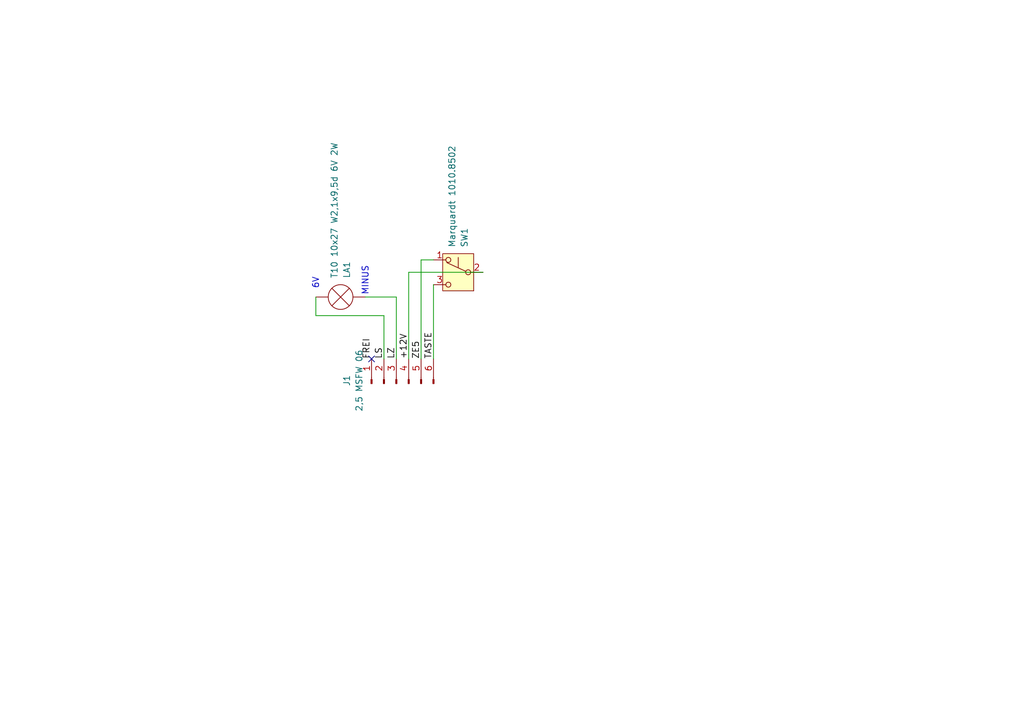
<source format=kicad_sch>
(kicad_sch (version 20250114) (generator "eeschema") (generator_version "9.0")
  (paper "A5")
  (title_block (title "Tasterplatine") (date "2025-03-13") (rev "1") (comment 1 "4079/030501/E"))
  (lib_symbols
    (symbol "Connector:Conn_01x06_Pin" (pin_names (offset 1.016) (hide yes))
      (property "Reference" "J" (at 0 7.62 0))
      (property "Value" "Conn_01x06_Pin" (at 0 -10.16 0))
      (symbol "Conn_01x06_Pin_1_1"
        (rectangle (start 0.8636 5.207) (end 0 4.953) (stroke (width 0.1524)) (fill (type outline)))
        (rectangle (start 0.8636 2.667) (end 0 2.413) (stroke (width 0.1524)) (fill (type outline)))
        (rectangle (start 0.8636 0.127) (end 0 -0.127) (stroke (width 0.1524)) (fill (type outline)))
        (rectangle (start 0.8636 -2.413) (end 0 -2.667) (stroke (width 0.1524)) (fill (type outline)))
        (rectangle (start 0.8636 -4.953) (end 0 -5.207) (stroke (width 0.1524)) (fill (type outline)))
        (rectangle (start 0.8636 -7.493) (end 0 -7.747) (stroke (width 0.1524)) (fill (type outline)))
        (polyline (pts (xy 1.27 5.08) (xy 0.8636 5.08)) (stroke (width 0.1524)))
        (polyline (pts (xy 1.27 2.54) (xy 0.8636 2.54)) (stroke (width 0.1524)))
        (polyline (pts (xy 1.27 0) (xy 0.8636 0)) (stroke (width 0.1524)))
        (polyline (pts (xy 1.27 -2.54) (xy 0.8636 -2.54)) (stroke (width 0.1524)))
        (polyline (pts (xy 1.27 -5.08) (xy 0.8636 -5.08)) (stroke (width 0.1524)))
        (polyline (pts (xy 1.27 -7.62) (xy 0.8636 -7.62)) (stroke (width 0.1524)))
        (pin passive line (at 5.08 5.08 180) (length 3.81) (name "Pin_1") (number "1"))
        (pin passive line (at 5.08 2.54 180) (length 3.81) (name "Pin_2") (number "2"))
        (pin passive line (at 5.08 0 180) (length 3.81) (name "Pin_3") (number "3"))
        (pin passive line (at 5.08 -2.54 180) (length 3.81) (name "Pin_4") (number "4"))
        (pin passive line (at 5.08 -5.08 180) (length 3.81) (name "Pin_5") (number "5"))
        (pin passive line (at 5.08 -7.62 180) (length 3.81) (name "Pin_6") (number "6"))
      )
    )
    (symbol "Device:Lamp" (pin_numbers (hide yes)) (pin_names (offset 0.0254) (hide yes))
      (property "Reference" "LA" (at 0.635 3.81 0))
      (property "Value" "Lamp" (at 0.635 -3.81 0))
      (symbol "Lamp_0_1"
        (polyline (pts (xy -1.778 1.778) (xy 1.778 -1.778)))
        (circle (center 0 0) (radius 2.54))
        (polyline (pts (xy 1.778 1.778) (xy -1.778 -1.778)))
      )
      (symbol "Lamp_1_1"
        (pin passive line (at 0 5.08 270) (length 2.54) (name "+") (number "2"))
        (pin passive line (at 0 -5.08 90) (length 2.54) (name "-") (number "1"))
      )
    )
    (symbol "Switch:SW_Push_SPDT" (pin_names (offset 0) (hide yes))
      (property "Reference" "SW" (at 0 5.08 0))
      (property "Value" "SW_Push_SPDT" (at 0 -5.08 0))
      (symbol "SW_Push_SPDT_0_0"
        (circle (center -2.032 0) (radius 0.508))
        (polyline (pts (xy 0 1.016) (xy 0 3.048)))
        (circle (center 2.032 -2.54) (radius 0.508))
      )
      (symbol "SW_Push_SPDT_0_1"
        (polyline (pts (xy -1.524 0.2032) (xy 2.3368 1.9812)))
        (circle (center 2.032 2.54) (radius 0.508))
      )
      (symbol "SW_Push_SPDT_1_1"
        (rectangle (start -3.175 3.81) (end 3.175 -3.81) (fill (type background)))
        (pin passive line (at -5.08 0 0) (length 2.54) (name "B") (number "2"))
        (pin passive line (at 5.08 2.54 180) (length 2.54) (name "A") (number "1"))
        (pin passive line (at 5.08 -2.54 180) (length 2.54) (name "C") (number "3"))
      )
    )
  )
  (text "MINUS" (at 74.93 57.658 90) (effects (font (size 1.27 1.27))))
  (text "6V" (at 64.77 58.166 90) (effects (font (size 1.27 1.27))))
  (no_connect (at 76.2 73.66))
  (wire (pts (xy 81.28 60.96) (xy 74.93 60.96)))
  (wire (pts (xy 64.77 60.96) (xy 64.77 64.77)))
  (wire (pts (xy 83.82 55.88) (xy 99.06 55.88)))
  (wire (pts (xy 81.28 73.66) (xy 81.28 60.96)))
  (wire (pts (xy 78.74 64.77) (xy 78.74 73.66)))
  (wire (pts (xy 88.9 53.34) (xy 86.36 53.34)))
  (wire (pts (xy 86.36 53.34) (xy 86.36 73.66)))
  (wire (pts (xy 64.77 64.77) (xy 78.74 64.77)))
  (wire (pts (xy 83.82 73.66) (xy 83.82 55.88)))
  (wire (pts (xy 88.9 73.66) (xy 88.9 58.42)))
  (label "FREI" (at 76.2 73.66 90))
  (label "+12V" (at 83.82 73.66 90))
  (label "LS" (at 78.74 73.66 90))
  (label "TASTE" (at 88.9 73.66 90))
  (label "LZ" (at 81.28 73.66 90))
  (label "ZE5" (at 86.36 73.66 90))
  (symbol (lib_id "Device:Lamp") (at 69.85 60.96 270) (mirror x) (unit 1)
    (property "Reference" "LA1" (at 71.1201 57.15 0) (effects (justify left)))
    (property "Value" "T10 10x27 W2,1x9,5d 6V 2W" (at 68.5801 57.15 0) (effects (justify left)))
    (property "Footprint" "Taster:LampSocket" (effects (hide yes)))
    (property "Description" "Lamp" (effects (hide yes)))
  )
  (symbol (lib_id "Switch:SW_Push_SPDT") (at 93.98 55.88 0) (mirror y) (unit 1)
    (property "Reference" "SW1" (at 95.2501 50.8 90) (effects (justify left)))
    (property "Value" "Marquardt 1010.8502" (at 92.7101 50.8 90) (effects (justify left)))
    (property "Footprint" "Taster:Marquardt1010" (effects (hide yes)))
    (property "Description" "Momentary Switch, single pole double throw" (effects (hide yes)))
  )
  (symbol (lib_id "Connector:Conn_01x06_Pin") (at 81.28 78.74 90) (unit 1)
    (property "Reference" "J1" (at 71.12 78.105 0))
    (property "Value" "2,5 MSFW 06" (at 73.66 78.105 0))
    (property "Footprint" "Connector_JST:JST_EH_S6B-EH_1x06_P2.50mm_Horizontal" (effects (hide yes)))
    (property "Description" "Generic connector, single row, 01x06, script generated" (effects (hide yes)))
  )
)
</source>
